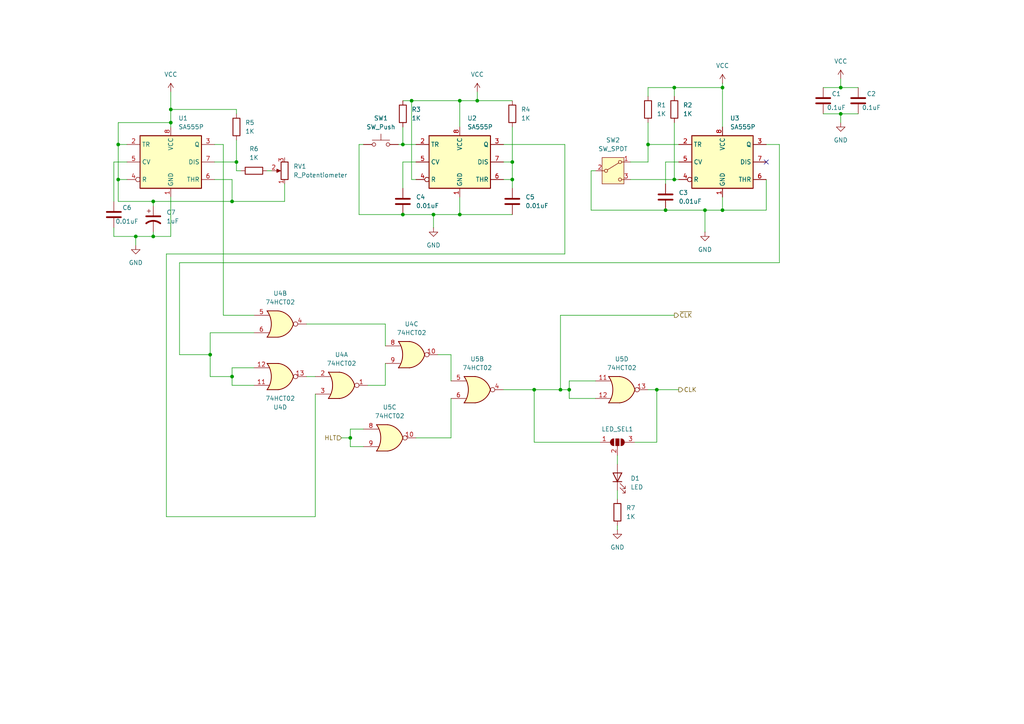
<source format=kicad_sch>
(kicad_sch (version 20231120) (generator "eeschema") (generator_version "8.0")
  (paper "A4")
  (lib_symbols
    (symbol "74xx:74HCT02" (pin_names (offset 1.016))
      (property "Reference" "U" (at 0 1.27 0))
      (property "Value" "74HCT02" (at 0 -1.27 0))
      (symbol "74HCT02_1_1"
        (arc (start -3.81 -3.81) (mid -2.589 0) (end -3.81 3.81) (stroke (width 0.254)))
        (arc (start -0.6096 -3.81) (mid 2.1842 -2.5851) (end 3.81 0) (stroke (width 0.254)) (fill (type background)))
        (polyline (pts (xy -3.81 -3.81) (xy -0.635 -3.81)) (stroke (width 0.254)) (fill (type background)))
        (polyline (pts (xy -3.81 3.81) (xy -0.635 3.81)) (stroke (width 0.254)) (fill (type background)))
        (polyline (pts (xy -0.635 3.81) (xy -3.81 3.81) (xy -3.81 3.81) (xy -3.556 3.4036) (xy -3.0226 2.2606) (xy -2.6924 1.0414) (xy -2.6162 -0.254) (xy -2.7686 -1.4986) (xy -3.175 -2.7178) (xy -3.81 -3.81) (xy -3.81 -3.81) (xy -0.635 -3.81)) (stroke (width -25.4)) (fill (type background)))
        (arc (start 3.81 0) (mid 2.1915 2.5936) (end -0.6096 3.81) (stroke (width 0.254)) (fill (type background)))
        (pin output inverted (at 7.62 0 180) (length 3.81) (name "~") (number "1"))
        (pin input line (at -7.62 2.54 0) (length 4.318) (name "~") (number "2"))
        (pin input line (at -7.62 -2.54 0) (length 4.318) (name "~") (number "3"))
      )
      (symbol "74HCT02_1_2"
        (arc (start 0 -3.81) (mid 3.7934 0) (end 0 3.81) (stroke (width 0.254)) (fill (type background)))
        (polyline (pts (xy 0 3.81) (xy -3.81 3.81) (xy -3.81 -3.81) (xy 0 -3.81)) (stroke (width 0.254)) (fill (type background)))
        (pin output line (at 7.62 0 180) (length 3.81) (name "~") (number "1"))
        (pin input inverted (at -7.62 2.54 0) (length 3.81) (name "~") (number "2"))
        (pin input inverted (at -7.62 -2.54 0) (length 3.81) (name "~") (number "3"))
      )
      (symbol "74HCT02_2_1"
        (arc (start -3.81 -3.81) (mid -2.589 0) (end -3.81 3.81) (stroke (width 0.254)))
        (arc (start -0.6096 -3.81) (mid 2.1842 -2.5851) (end 3.81 0) (stroke (width 0.254)) (fill (type background)))
        (polyline (pts (xy -3.81 -3.81) (xy -0.635 -3.81)) (stroke (width 0.254)) (fill (type background)))
        (polyline (pts (xy -3.81 3.81) (xy -0.635 3.81)) (stroke (width 0.254)) (fill (type background)))
        (polyline (pts (xy -0.635 3.81) (xy -3.81 3.81) (xy -3.81 3.81) (xy -3.556 3.4036) (xy -3.0226 2.2606) (xy -2.6924 1.0414) (xy -2.6162 -0.254) (xy -2.7686 -1.4986) (xy -3.175 -2.7178) (xy -3.81 -3.81) (xy -3.81 -3.81) (xy -0.635 -3.81)) (stroke (width -25.4)) (fill (type background)))
        (arc (start 3.81 0) (mid 2.1915 2.5936) (end -0.6096 3.81) (stroke (width 0.254)) (fill (type background)))
        (pin output inverted (at 7.62 0 180) (length 3.81) (name "~") (number "4"))
        (pin input line (at -7.62 2.54 0) (length 4.318) (name "~") (number "5"))
        (pin input line (at -7.62 -2.54 0) (length 4.318) (name "~") (number "6"))
      )
      (symbol "74HCT02_2_2"
        (arc (start 0 -3.81) (mid 3.7934 0) (end 0 3.81) (stroke (width 0.254)) (fill (type background)))
        (polyline (pts (xy 0 3.81) (xy -3.81 3.81) (xy -3.81 -3.81) (xy 0 -3.81)) (stroke (width 0.254)) (fill (type background)))
        (pin output line (at 7.62 0 180) (length 3.81) (name "~") (number "4"))
        (pin input inverted (at -7.62 2.54 0) (length 3.81) (name "~") (number "5"))
        (pin input inverted (at -7.62 -2.54 0) (length 3.81) (name "~") (number "6"))
      )
      (symbol "74HCT02_3_1"
        (arc (start -3.81 -3.81) (mid -2.589 0) (end -3.81 3.81) (stroke (width 0.254)))
        (arc (start -0.6096 -3.81) (mid 2.1842 -2.5851) (end 3.81 0) (stroke (width 0.254)) (fill (type background)))
        (polyline (pts (xy -3.81 -3.81) (xy -0.635 -3.81)) (stroke (width 0.254)) (fill (type background)))
        (polyline (pts (xy -3.81 3.81) (xy -0.635 3.81)) (stroke (width 0.254)) (fill (type background)))
        (polyline (pts (xy -0.635 3.81) (xy -3.81 3.81) (xy -3.81 3.81) (xy -3.556 3.4036) (xy -3.0226 2.2606) (xy -2.6924 1.0414) (xy -2.6162 -0.254) (xy -2.7686 -1.4986) (xy -3.175 -2.7178) (xy -3.81 -3.81) (xy -3.81 -3.81) (xy -0.635 -3.81)) (stroke (width -25.4)) (fill (type background)))
        (arc (start 3.81 0) (mid 2.1915 2.5936) (end -0.6096 3.81) (stroke (width 0.254)) (fill (type background)))
        (pin output inverted (at 7.62 0 180) (length 3.81) (name "~") (number "10"))
        (pin input line (at -7.62 2.54 0) (length 4.318) (name "~") (number "8"))
        (pin input line (at -7.62 -2.54 0) (length 4.318) (name "~") (number "9"))
      )
      (symbol "74HCT02_3_2"
        (arc (start 0 -3.81) (mid 3.7934 0) (end 0 3.81) (stroke (width 0.254)) (fill (type background)))
        (polyline (pts (xy 0 3.81) (xy -3.81 3.81) (xy -3.81 -3.81) (xy 0 -3.81)) (stroke (width 0.254)) (fill (type background)))
        (pin output line (at 7.62 0 180) (length 3.81) (name "~") (number "10"))
        (pin input inverted (at -7.62 2.54 0) (length 3.81) (name "~") (number "8"))
        (pin input inverted (at -7.62 -2.54 0) (length 3.81) (name "~") (number "9"))
      )
      (symbol "74HCT02_4_1"
        (arc (start -3.81 -3.81) (mid -2.589 0) (end -3.81 3.81) (stroke (width 0.254)))
        (arc (start -0.6096 -3.81) (mid 2.1842 -2.5851) (end 3.81 0) (stroke (width 0.254)) (fill (type background)))
        (polyline (pts (xy -3.81 -3.81) (xy -0.635 -3.81)) (stroke (width 0.254)) (fill (type background)))
        (polyline (pts (xy -3.81 3.81) (xy -0.635 3.81)) (stroke (width 0.254)) (fill (type background)))
        (polyline (pts (xy -0.635 3.81) (xy -3.81 3.81) (xy -3.81 3.81) (xy -3.556 3.4036) (xy -3.0226 2.2606) (xy -2.6924 1.0414) (xy -2.6162 -0.254) (xy -2.7686 -1.4986) (xy -3.175 -2.7178) (xy -3.81 -3.81) (xy -3.81 -3.81) (xy -0.635 -3.81)) (stroke (width -25.4)) (fill (type background)))
        (arc (start 3.81 0) (mid 2.1915 2.5936) (end -0.6096 3.81) (stroke (width 0.254)) (fill (type background)))
        (pin input line (at -7.62 2.54 0) (length 4.318) (name "~") (number "11"))
        (pin input line (at -7.62 -2.54 0) (length 4.318) (name "~") (number "12"))
        (pin output inverted (at 7.62 0 180) (length 3.81) (name "~") (number "13"))
      )
      (symbol "74HCT02_4_2"
        (arc (start 0 -3.81) (mid 3.7934 0) (end 0 3.81) (stroke (width 0.254)) (fill (type background)))
        (polyline (pts (xy 0 3.81) (xy -3.81 3.81) (xy -3.81 -3.81) (xy 0 -3.81)) (stroke (width 0.254)) (fill (type background)))
        (pin input inverted (at -7.62 2.54 0) (length 3.81) (name "~") (number "11"))
        (pin input inverted (at -7.62 -2.54 0) (length 3.81) (name "~") (number "12"))
        (pin output line (at 7.62 0 180) (length 3.81) (name "~") (number "13"))
      )
      (symbol "74HCT02_5_0"
        (pin power_in line (at 0 12.7 270) (length 5.08) (name "VCC") (number "14"))
        (pin power_in line (at 0 -12.7 90) (length 5.08) (name "GND") (number "7"))
      )
      (symbol "74HCT02_5_1"
        (rectangle (start -5.08 7.62) (end 5.08 -7.62) (stroke (width 0.254)) (fill (type background)))
      )
    )
    (symbol "Device:C" (pin_numbers hide) (pin_names (offset 0.254))
      (property "Reference" "C" (at 0.635 2.54 0))
      (property "Value" "C" (at 0.635 -2.54 0))
      (symbol "C_0_1"
        (polyline (pts (xy -2.032 -0.762) (xy 2.032 -0.762)) (stroke (width 0.508)))
        (polyline (pts (xy -2.032 0.762) (xy 2.032 0.762)) (stroke (width 0.508)))
      )
      (symbol "C_1_1"
        (pin passive line (at 0 3.81 270) (length 2.794) (name "~") (number "1"))
        (pin passive line (at 0 -3.81 90) (length 2.794) (name "~") (number "2"))
      )
    )
    (symbol "Device:C_Polarized_US" (pin_numbers hide) (pin_names (offset 0.254) hide)
      (property "Reference" "C" (at 0.635 2.54 0))
      (property "Value" "C_Polarized_US" (at 0.635 -2.54 0))
      (symbol "C_Polarized_US_0_1"
        (polyline (pts (xy -2.032 0.762) (xy 2.032 0.762)) (stroke (width 0.508)))
        (polyline (pts (xy -1.778 2.286) (xy -0.762 2.286)))
        (polyline (pts (xy -1.27 1.778) (xy -1.27 2.794)))
        (arc (start 2.032 -1.27) (mid 0 -0.5572) (end -2.032 -1.27) (stroke (width 0.508)))
      )
      (symbol "C_Polarized_US_1_1"
        (pin passive line (at 0 3.81 270) (length 2.794) (name "~") (number "1"))
        (pin passive line (at 0 -3.81 90) (length 3.302) (name "~") (number "2"))
      )
    )
    (symbol "Device:LED" (pin_numbers hide) (pin_names (offset 1.016) hide)
      (property "Reference" "D" (at 0 2.54 0))
      (property "Value" "LED" (at 0 -2.54 0))
      (symbol "LED_0_1"
        (polyline (pts (xy -1.27 -1.27) (xy -1.27 1.27)) (stroke (width 0.254)))
        (polyline (pts (xy -1.27 0) (xy 1.27 0)))
        (polyline (pts (xy 1.27 -1.27) (xy 1.27 1.27) (xy -1.27 0) (xy 1.27 -1.27)) (stroke (width 0.254)))
        (polyline (pts (xy -3.048 -0.762) (xy -4.572 -2.286) (xy -3.81 -2.286) (xy -4.572 -2.286) (xy -4.572 -1.524)))
        (polyline (pts (xy -1.778 -0.762) (xy -3.302 -2.286) (xy -2.54 -2.286) (xy -3.302 -2.286) (xy -3.302 -1.524)))
      )
      (symbol "LED_1_1"
        (pin passive line (at -3.81 0 0) (length 2.54) (name "K") (number "1"))
        (pin passive line (at 3.81 0 180) (length 2.54) (name "A") (number "2"))
      )
    )
    (symbol "Device:R" (pin_numbers hide) (pin_names (offset 0))
      (property "Reference" "R" (at 2.032 0 90))
      (property "Value" "R" (at 0 0 90))
      (symbol "R_0_1"
        (rectangle (start -1.016 -2.54) (end 1.016 2.54) (stroke (width 0.254)))
      )
      (symbol "R_1_1"
        (pin passive line (at 0 3.81 270) (length 1.27) (name "~") (number "1"))
        (pin passive line (at 0 -3.81 90) (length 1.27) (name "~") (number "2"))
      )
    )
    (symbol "Device:R_Potentiometer" (pin_names (offset 1.016) hide)
      (property "Reference" "RV" (at -4.445 0 90))
      (property "Value" "R_Potentiometer" (at -2.54 0 90))
      (symbol "R_Potentiometer_0_1"
        (polyline (pts (xy 2.54 0) (xy 1.524 0)))
        (polyline (pts (xy 1.143 0) (xy 2.286 0.508) (xy 2.286 -0.508) (xy 1.143 0)) (fill (type outline)))
        (rectangle (start 1.016 2.54) (end -1.016 -2.54) (stroke (width 0.254)))
      )
      (symbol "R_Potentiometer_1_1"
        (pin passive line (at 0 3.81 270) (length 1.27) (name "1") (number "1"))
        (pin passive line (at 3.81 0 180) (length 1.27) (name "2") (number "2"))
        (pin passive line (at 0 -3.81 90) (length 1.27) (name "3") (number "3"))
      )
    )
    (symbol "Jumper:SolderJumper_3_Open" (pin_names (offset 0) hide) (exclude_from_sim yes) (in_bom no)
      (property "Reference" "JP" (at -2.54 -2.54 0))
      (property "Value" "SolderJumper_3_Open" (at 0 2.794 0))
      (symbol "SolderJumper_3_Open_0_1"
        (arc (start -1.016 1.016) (mid -2.0276 0) (end -1.016 -1.016))
        (arc (start -1.016 1.016) (mid -2.0276 0) (end -1.016 -1.016) (fill (type outline)))
        (rectangle (start -0.508 1.016) (end 0.508 -1.016) (fill (type outline)))
        (polyline (pts (xy -2.54 0) (xy -2.032 0)))
        (polyline (pts (xy -1.016 1.016) (xy -1.016 -1.016)))
        (polyline (pts (xy 0 -1.27) (xy 0 -1.016)))
        (polyline (pts (xy 1.016 1.016) (xy 1.016 -1.016)))
        (polyline (pts (xy 2.54 0) (xy 2.032 0)))
        (arc (start 1.016 -1.016) (mid 2.0276 0) (end 1.016 1.016))
        (arc (start 1.016 -1.016) (mid 2.0276 0) (end 1.016 1.016) (fill (type outline)))
      )
      (symbol "SolderJumper_3_Open_1_1"
        (pin passive line (at -5.08 0 0) (length 2.54) (name "A") (number "1"))
        (pin passive line (at 0 -3.81 90) (length 2.54) (name "C") (number "2"))
        (pin passive line (at 5.08 0 180) (length 2.54) (name "B") (number "3"))
      )
    )
    (symbol "Switch:SW_Push" (pin_numbers hide) (pin_names (offset 1.016) hide)
      (property "Reference" "SW" (at 1.27 2.54 0))
      (property "Value" "SW_Push" (at 0 -1.524 0))
      (symbol "SW_Push_0_1"
        (circle (center -2.032 0) (radius 0.508))
        (polyline (pts (xy 0 1.27) (xy 0 3.048)))
        (polyline (pts (xy 2.54 1.27) (xy -2.54 1.27)))
        (circle (center 2.032 0) (radius 0.508))
        (pin passive line (at -5.08 0 0) (length 2.54) (name "1") (number "1"))
        (pin passive line (at 5.08 0 180) (length 2.54) (name "2") (number "2"))
      )
    )
    (symbol "Switch:SW_SPDT" (pin_names (offset 0) hide)
      (property "Reference" "SW" (at 0 5.08 0))
      (property "Value" "SW_SPDT" (at 0 -5.08 0))
      (symbol "SW_SPDT_0_1"
        (circle (center -2.032 0) (radius 0.4572))
        (polyline (pts (xy -1.651 0.254) (xy 1.651 2.286)))
        (circle (center 2.032 -2.54) (radius 0.4572))
        (circle (center 2.032 2.54) (radius 0.4572))
      )
      (symbol "SW_SPDT_1_1"
        (rectangle (start -3.175 3.81) (end 3.175 -3.81) (fill (type background)))
        (pin passive line (at 5.08 2.54 180) (length 2.54) (name "A") (number "1"))
        (pin passive line (at -5.08 0 0) (length 2.54) (name "B") (number "2"))
        (pin passive line (at 5.08 -2.54 180) (length 2.54) (name "C") (number "3"))
      )
    )
    (symbol "Timer:SA555P"
      (property "Reference" "U" (at -10.16 8.89 0))
      (property "Value" "SA555P" (at 2.54 8.89 0))
      (symbol "SA555P_0_0"
        (pin power_in line (at 0 -10.16 90) (length 2.54) (name "GND") (number "1"))
        (pin power_in line (at 0 10.16 270) (length 2.54) (name "VCC") (number "8"))
      )
      (symbol "SA555P_0_1"
        (rectangle (start -8.89 -7.62) (end 8.89 7.62) (stroke (width 0.254)) (fill (type background)))
        (rectangle (start -8.89 -7.62) (end 8.89 7.62) (stroke (width 0.254)) (fill (type background)))
      )
      (symbol "SA555P_1_1"
        (pin input line (at -12.7 5.08 0) (length 3.81) (name "TR") (number "2"))
        (pin output line (at 12.7 5.08 180) (length 3.81) (name "Q") (number "3"))
        (pin input inverted (at -12.7 -5.08 0) (length 3.81) (name "R") (number "4"))
        (pin input line (at -12.7 0 0) (length 3.81) (name "CV") (number "5"))
        (pin input line (at 12.7 -5.08 180) (length 3.81) (name "THR") (number "6"))
        (pin input line (at 12.7 0 180) (length 3.81) (name "DIS") (number "7"))
      )
    )
    (symbol "power:GND" (power) (pin_numbers hide) (pin_names (offset 0) hide)
      (property "Value" "GND" (at 0 -3.81 0))
      (symbol "GND_0_1"
        (polyline (pts (xy 0 0) (xy 0 -1.27) (xy 1.27 -1.27) (xy 0 -2.54) (xy -1.27 -1.27) (xy 0 -1.27)))
      )
      (symbol "GND_1_1"
        (pin power_in line (at 0 0 270) (length 0) (name "~") (number "1"))
      )
    )
    (symbol "power:VCC" (power) (pin_numbers hide) (pin_names (offset 0) hide)
      (property "Value" "VCC" (at 0 3.556 0))
      (symbol "VCC_0_1"
        (polyline (pts (xy -0.762 1.27) (xy 0 2.54)))
        (polyline (pts (xy 0 0) (xy 0 2.54)))
        (polyline (pts (xy 0 2.54) (xy 0.762 1.27)))
      )
      (symbol "VCC_1_1"
        (pin power_in line (at 0 0 90) (length 0) (name "~") (number "1"))
      )
    )
  )
  (junction (at 68.58 46.99))
  (junction (at 148.59 46.99))
  (junction (at 165.1 113.03))
  (junction (at 209.55 25.4))
  (junction (at 67.31 109.22))
  (junction (at 133.35 62.23))
  (junction (at 125.73 62.23))
  (junction (at 190.5 113.03))
  (junction (at 49.53 35.56))
  (junction (at 67.31 58.42))
  (junction (at 187.96 41.91))
  (junction (at 243.84 25.4))
  (junction (at 195.58 52.07))
  (junction (at 44.45 58.42))
  (junction (at 49.53 31.75))
  (junction (at 243.84 33.02))
  (junction (at 116.84 41.91))
  (junction (at 133.35 29.21))
  (junction (at 154.94 113.03))
  (junction (at 116.84 62.23))
  (junction (at 162.56 113.03))
  (junction (at 209.55 60.96))
  (junction (at 44.45 68.58))
  (junction (at 101.6 127))
  (junction (at 34.29 41.91))
  (junction (at 193.04 60.96))
  (junction (at 204.47 60.96))
  (junction (at 148.59 52.07))
  (junction (at 60.96 102.87))
  (junction (at 39.37 68.58))
  (junction (at 119.38 29.21))
  (junction (at 138.43 29.21))
  (junction (at 195.58 25.4))
  (junction (at 34.29 52.07))
  (no_connect (at 222.25 46.99))
  (wire (pts (xy 60.96 102.87) (xy 60.96 109.22)))
  (wire (pts (xy 101.6 124.46) (xy 101.6 127)))
  (wire (pts (xy 68.58 49.53) (xy 69.85 49.53)))
  (wire (pts (xy 104.14 62.23) (xy 116.84 62.23)))
  (wire (pts (xy 204.47 60.96) (xy 204.47 67.31)))
  (wire (pts (xy 64.77 91.44) (xy 73.66 91.44)))
  (wire (pts (xy 44.45 58.42) (xy 67.31 58.42)))
  (wire (pts (xy 88.9 109.22) (xy 91.44 109.22)))
  (wire (pts (xy 171.45 60.96) (xy 193.04 60.96)))
  (wire (pts (xy 49.53 31.75) (xy 68.58 31.75)))
  (wire (pts (xy 67.31 106.68) (xy 73.66 106.68)))
  (wire (pts (xy 182.88 46.99) (xy 187.96 46.99)))
  (wire (pts (xy 39.37 68.58) (xy 44.45 68.58)))
  (wire (pts (xy 146.05 46.99) (xy 148.59 46.99)))
  (wire (pts (xy 44.45 67.31) (xy 44.45 68.58)))
  (wire (pts (xy 49.53 31.75) (xy 49.53 35.56)))
  (wire (pts (xy 67.31 109.22) (xy 67.31 111.76)))
  (wire (pts (xy 34.29 58.42) (xy 34.29 52.07)))
  (wire (pts (xy 184.15 128.27) (xy 190.5 128.27)))
  (wire (pts (xy 226.06 76.2) (xy 52.07 76.2)))
  (wire (pts (xy 119.38 29.21) (xy 119.38 52.07)))
  (wire (pts (xy 146.05 41.91) (xy 163.83 41.91)))
  (wire (pts (xy 101.6 129.54) (xy 105.41 129.54)))
  (wire (pts (xy 116.84 41.91) (xy 120.65 41.91)))
  (wire (pts (xy 243.84 33.02) (xy 243.84 35.56)))
  (wire (pts (xy 243.84 25.4) (xy 243.84 22.86)))
  (wire (pts (xy 154.94 128.27) (xy 173.99 128.27)))
  (wire (pts (xy 48.26 149.86) (xy 91.44 149.86)))
  (wire (pts (xy 162.56 113.03) (xy 165.1 113.03)))
  (wire (pts (xy 182.88 52.07) (xy 195.58 52.07)))
  (wire (pts (xy 64.77 41.91) (xy 64.77 91.44)))
  (wire (pts (xy 148.59 46.99) (xy 148.59 52.07)))
  (wire (pts (xy 36.83 52.07) (xy 34.29 52.07)))
  (wire (pts (xy 243.84 33.02) (xy 248.92 33.02)))
  (wire (pts (xy 120.65 52.07) (xy 119.38 52.07)))
  (wire (pts (xy 195.58 91.44) (xy 162.56 91.44)))
  (wire (pts (xy 146.05 113.03) (xy 154.94 113.03)))
  (wire (pts (xy 111.76 111.76) (xy 106.68 111.76)))
  (wire (pts (xy 101.6 129.54) (xy 101.6 127)))
  (wire (pts (xy 34.29 52.07) (xy 34.29 41.91)))
  (wire (pts (xy 44.45 58.42) (xy 44.45 59.69)))
  (wire (pts (xy 204.47 60.96) (xy 209.55 60.96)))
  (wire (pts (xy 120.65 46.99) (xy 116.84 46.99)))
  (wire (pts (xy 68.58 33.02) (xy 68.58 31.75)))
  (wire (pts (xy 209.55 24.13) (xy 209.55 25.4)))
  (wire (pts (xy 34.29 41.91) (xy 34.29 35.56)))
  (wire (pts (xy 187.96 25.4) (xy 195.58 25.4)))
  (wire (pts (xy 209.55 25.4) (xy 209.55 36.83)))
  (wire (pts (xy 187.96 46.99) (xy 187.96 41.91)))
  (wire (pts (xy 154.94 113.03) (xy 154.94 128.27)))
  (wire (pts (xy 33.02 46.99) (xy 33.02 58.42)))
  (wire (pts (xy 116.84 46.99) (xy 116.84 54.61)))
  (wire (pts (xy 60.96 109.22) (xy 67.31 109.22)))
  (wire (pts (xy 36.83 46.99) (xy 33.02 46.99)))
  (wire (pts (xy 49.53 26.67) (xy 49.53 31.75)))
  (wire (pts (xy 62.23 52.07) (xy 67.31 52.07)))
  (wire (pts (xy 116.84 36.83) (xy 116.84 41.91)))
  (wire (pts (xy 154.94 113.03) (xy 162.56 113.03)))
  (wire (pts (xy 195.58 52.07) (xy 196.85 52.07)))
  (wire (pts (xy 104.14 41.91) (xy 104.14 62.23)))
  (wire (pts (xy 165.1 110.49) (xy 165.1 113.03)))
  (wire (pts (xy 238.76 33.02) (xy 243.84 33.02)))
  (wire (pts (xy 209.55 57.15) (xy 209.55 60.96)))
  (wire (pts (xy 130.81 110.49) (xy 130.81 102.87)))
  (wire (pts (xy 130.81 127) (xy 120.65 127)))
  (wire (pts (xy 193.04 60.96) (xy 204.47 60.96)))
  (wire (pts (xy 62.23 46.99) (xy 68.58 46.99)))
  (wire (pts (xy 179.07 152.4) (xy 179.07 153.67)))
  (wire (pts (xy 193.04 46.99) (xy 193.04 53.34)))
  (wire (pts (xy 101.6 124.46) (xy 105.41 124.46)))
  (wire (pts (xy 39.37 71.12) (xy 39.37 68.58)))
  (wire (pts (xy 148.59 52.07) (xy 148.59 54.61)))
  (wire (pts (xy 226.06 41.91) (xy 226.06 76.2)))
  (wire (pts (xy 163.83 73.66) (xy 48.26 73.66)))
  (wire (pts (xy 222.25 60.96) (xy 209.55 60.96)))
  (wire (pts (xy 195.58 27.94) (xy 195.58 25.4)))
  (wire (pts (xy 52.07 76.2) (xy 52.07 102.87)))
  (wire (pts (xy 162.56 91.44) (xy 162.56 113.03)))
  (wire (pts (xy 243.84 25.4) (xy 248.92 25.4)))
  (wire (pts (xy 77.47 49.53) (xy 78.74 49.53)))
  (wire (pts (xy 34.29 35.56) (xy 49.53 35.56)))
  (wire (pts (xy 172.72 49.53) (xy 171.45 49.53)))
  (wire (pts (xy 196.85 46.99) (xy 193.04 46.99)))
  (wire (pts (xy 133.35 57.15) (xy 133.35 62.23)))
  (wire (pts (xy 222.25 52.07) (xy 222.25 60.96)))
  (wire (pts (xy 116.84 29.21) (xy 119.38 29.21)))
  (wire (pts (xy 196.85 41.91) (xy 187.96 41.91)))
  (wire (pts (xy 91.44 149.86) (xy 91.44 114.3)))
  (wire (pts (xy 195.58 25.4) (xy 209.55 25.4)))
  (wire (pts (xy 125.73 66.04) (xy 125.73 62.23)))
  (wire (pts (xy 48.26 73.66) (xy 48.26 149.86)))
  (wire (pts (xy 130.81 115.57) (xy 130.81 127)))
  (wire (pts (xy 187.96 113.03) (xy 190.5 113.03)))
  (wire (pts (xy 33.02 68.58) (xy 39.37 68.58)))
  (wire (pts (xy 138.43 29.21) (xy 148.59 29.21)))
  (wire (pts (xy 115.57 41.91) (xy 116.84 41.91)))
  (wire (pts (xy 187.96 35.56) (xy 187.96 41.91)))
  (wire (pts (xy 187.96 27.94) (xy 187.96 25.4)))
  (wire (pts (xy 67.31 111.76) (xy 73.66 111.76)))
  (wire (pts (xy 67.31 106.68) (xy 67.31 109.22)))
  (wire (pts (xy 165.1 113.03) (xy 165.1 115.57)))
  (wire (pts (xy 163.83 41.91) (xy 163.83 73.66)))
  (wire (pts (xy 111.76 93.98) (xy 88.9 93.98)))
  (wire (pts (xy 171.45 49.53) (xy 171.45 60.96)))
  (wire (pts (xy 165.1 110.49) (xy 172.72 110.49)))
  (wire (pts (xy 111.76 105.41) (xy 111.76 111.76)))
  (wire (pts (xy 68.58 46.99) (xy 68.58 49.53)))
  (wire (pts (xy 105.41 41.91) (xy 104.14 41.91)))
  (wire (pts (xy 133.35 29.21) (xy 133.35 36.83)))
  (wire (pts (xy 99.06 127) (xy 101.6 127)))
  (wire (pts (xy 68.58 46.99) (xy 68.58 40.64)))
  (wire (pts (xy 222.25 41.91) (xy 226.06 41.91)))
  (wire (pts (xy 146.05 52.07) (xy 148.59 52.07)))
  (wire (pts (xy 111.76 100.33) (xy 111.76 93.98)))
  (wire (pts (xy 190.5 113.03) (xy 190.5 128.27)))
  (wire (pts (xy 148.59 36.83) (xy 148.59 46.99)))
  (wire (pts (xy 67.31 52.07) (xy 67.31 58.42)))
  (wire (pts (xy 44.45 68.58) (xy 49.53 68.58)))
  (wire (pts (xy 190.5 113.03) (xy 196.85 113.03)))
  (wire (pts (xy 34.29 41.91) (xy 36.83 41.91)))
  (wire (pts (xy 165.1 115.57) (xy 172.72 115.57)))
  (wire (pts (xy 125.73 62.23) (xy 133.35 62.23)))
  (wire (pts (xy 34.29 58.42) (xy 44.45 58.42)))
  (wire (pts (xy 130.81 102.87) (xy 127 102.87)))
  (wire (pts (xy 62.23 41.91) (xy 64.77 41.91)))
  (wire (pts (xy 82.55 58.42) (xy 67.31 58.42)))
  (wire (pts (xy 116.84 62.23) (xy 125.73 62.23)))
  (wire (pts (xy 133.35 62.23) (xy 148.59 62.23)))
  (wire (pts (xy 119.38 29.21) (xy 133.35 29.21)))
  (wire (pts (xy 33.02 68.58) (xy 33.02 66.04)))
  (wire (pts (xy 52.07 102.87) (xy 60.96 102.87)))
  (wire (pts (xy 138.43 29.21) (xy 133.35 29.21)))
  (wire (pts (xy 49.53 57.15) (xy 49.53 68.58)))
  (wire (pts (xy 238.76 25.4) (xy 243.84 25.4)))
  (wire (pts (xy 82.55 53.34) (xy 82.55 58.42)))
  (wire (pts (xy 60.96 96.52) (xy 60.96 102.87)))
  (wire (pts (xy 179.07 142.24) (xy 179.07 144.78)))
  (wire (pts (xy 138.43 26.67) (xy 138.43 29.21)))
  (wire (pts (xy 60.96 96.52) (xy 73.66 96.52)))
  (wire (pts (xy 179.07 132.08) (xy 179.07 134.62)))
  (wire (pts (xy 195.58 35.56) (xy 195.58 52.07)))
  (wire (pts (xy 49.53 35.56) (xy 49.53 36.83)))
  (hierarchical_label "HLT" (shape input) (at 99.06 127 180))
  (hierarchical_label "CLK" (shape output) (at 196.85 113.03 0))
  (hierarchical_label "~{CLK}" (shape output) (at 195.58 91.44 0))
  (symbol (lib_id "Timer:SA555P") (at 133.35 46.99 0) (unit 1)
    (property "Reference" "U2" (at 135.5441 34.29 0) (effects (justify left)))
    (property "Value" "SA555P" (at 135.5441 36.83 0) (effects (justify left)))
    (property "Footprint" "Package_DIP:DIP-8_W7.62mm" (effects (hide yes)))
    (property "Datasheet" "http://www.ti.com/lit/ds/symlink/ne555.pdf" (effects (hide yes)))
    (property "Description" "Precision Timers, 555 compatible, PDIP-8" (effects (hide yes)))
  )
  (symbol (lib_id "Device:R") (at 148.59 33.02 0) (unit 1)
    (property "Reference" "R4" (at 151.13 31.7499 0) (effects (justify left)))
    (property "Value" "1K" (at 151.13 34.2899 0) (effects (justify left)))
    (property "Footprint" "Resistor_THT:R_Axial_DIN0309_L9.0mm_D3.2mm_P12.70mm_Horizontal" (effects (hide yes)))
    (property "Description" "Resistor" (effects (hide yes)))
  )
  (symbol (lib_id "Device:C") (at 238.76 29.21 180) (unit 1)
    (property "Reference" "C1" (at 242.57 27.9399 0) (effects (justify top)))
    (property "Value" "0.1uF" (at 242.57 30.4799 0) (effects (justify bottom)))
    (property "Footprint" "Capacitor_THT:C_Disc_D5.0mm_W2.5mm_P5.00mm" (effects (hide yes)))
    (property "Description" "Unpolarized capacitor" (effects (hide yes)))
  )
  (symbol (lib_id "Device:R_Potentiometer") (at 82.55 49.53 180) (unit 1)
    (property "Reference" "RV1" (at 85.09 48.2599 0) (effects (justify right)))
    (property "Value" "R_Potentiometer" (at 85.09 50.7999 0) (effects (justify right)))
    (property "Footprint" "Potentiometer_THT:Potentiometer_Bourns_PTV09A-1_Single_Vertical" (effects (hide yes)))
    (property "Description" "Potentiometer" (effects (hide yes)))
  )
  (symbol (lib_id "Device:C") (at 248.92 29.21 0) (unit 1)
    (property "Reference" "C2" (at 252.73 27.9399 0) (effects (justify bottom)))
    (property "Value" "0.1uF" (at 252.73 30.4799 0) (effects (justify top)))
    (property "Footprint" "Capacitor_THT:C_Disc_D5.0mm_W2.5mm_P5.00mm" (effects (hide yes)))
    (property "Description" "Unpolarized capacitor" (effects (hide yes)))
  )
  (symbol (lib_id "Device:R") (at 68.58 36.83 0) (unit 1)
    (property "Reference" "R5" (at 71.12 35.5599 0) (effects (justify left)))
    (property "Value" "1K" (at 71.12 38.0999 0) (effects (justify left)))
    (property "Footprint" "Resistor_THT:R_Axial_DIN0309_L9.0mm_D3.2mm_P12.70mm_Horizontal" (effects (hide yes)))
    (property "Description" "Resistor" (effects (hide yes)))
  )
  (symbol (lib_id "74xx:74HCT02") (at 99.06 111.76 0) (unit 1)
    (property "Reference" "U4" (at 99.06 102.87 0))
    (property "Value" "74HCT02" (at 99.06 105.41 0))
    (property "Footprint" "Package_DIP:DIP-14_W7.62mm" (effects (hide yes)))
    (property "Datasheet" "http://www.ti.com/lit/gpn/sn74hct02" (effects (hide yes)))
    (property "Description" "quad 2-input NOR gate" (effects (hide yes)))
  )
  (symbol (lib_id "power:GND") (at 204.47 67.31 0) (unit 1)
    (property "Reference" "#PWR07" (effects (hide yes)))
    (property "Value" "GND" (at 204.47 72.39 0))
    (property "Description" "Power symbol creates a global label with name \"GND\" , ground" (effects (hide yes)))
  )
  (symbol (lib_id "Device:R") (at 73.66 49.53 270) (unit 1)
    (property "Reference" "R6" (at 73.66 43.18 90))
    (property "Value" "1K" (at 73.66 45.72 90))
    (property "Footprint" "Resistor_THT:R_Axial_DIN0309_L9.0mm_D3.2mm_P12.70mm_Horizontal" (effects (hide yes)))
    (property "Description" "Resistor" (effects (hide yes)))
  )
  (symbol (lib_id "74xx:74HCT02") (at 81.28 93.98 0) (unit 2)
    (property "Reference" "U4" (at 81.28 85.09 0))
    (property "Value" "74HCT02" (at 81.28 87.63 0))
    (property "Footprint" "Package_DIP:DIP-14_W7.62mm" (effects (hide yes)))
    (property "Datasheet" "http://www.ti.com/lit/gpn/sn74hct02" (effects (hide yes)))
    (property "Description" "quad 2-input NOR gate" (effects (hide yes)))
  )
  (symbol (lib_id "power:GND") (at 243.84 35.56 0) (unit 1)
    (property "Reference" "#PWR05" (effects (hide yes)))
    (property "Value" "GND" (at 243.84 40.64 0))
    (property "Description" "Power symbol creates a global label with name \"GND\" , ground" (effects (hide yes)))
  )
  (symbol (lib_id "74xx:74HCT02") (at 138.43 113.03 0) (unit 2)
    (property "Reference" "U5" (at 138.43 104.14 0))
    (property "Value" "74HCT02" (at 138.43 106.68 0))
    (property "Footprint" "Package_DIP:DIP-14_W7.62mm" (effects (hide yes)))
    (property "Datasheet" "http://www.ti.com/lit/gpn/sn74hct02" (effects (hide yes)))
    (property "Description" "quad 2-input NOR gate" (effects (hide yes)))
  )
  (symbol (lib_id "Device:R") (at 187.96 31.75 0) (unit 1)
    (property "Reference" "R1" (at 190.5 30.4799 0) (effects (justify left)))
    (property "Value" "1K" (at 190.5 33.0199 0) (effects (justify left)))
    (property "Footprint" "Resistor_THT:R_Axial_DIN0309_L9.0mm_D3.2mm_P12.70mm_Horizontal" (effects (hide yes)))
    (property "Description" "Resistor" (effects (hide yes)))
  )
  (symbol (lib_id "Switch:SW_Push") (at 110.49 41.91 0) (unit 1)
    (property "Reference" "SW1" (at 110.49 34.29 0))
    (property "Value" "SW_Push" (at 110.49 36.83 0))
    (property "Footprint" "Button_Switch_THT:SW_PUSH_6mm_H4.3mm" (effects (hide yes)))
    (property "Description" "Push button switch, generic, two pins" (effects (hide yes)))
  )
  (symbol (lib_id "Switch:SW_SPDT") (at 177.8 49.53 0) (unit 1)
    (property "Reference" "SW2" (at 177.8 40.64 0))
    (property "Value" "SW_SPDT" (at 177.8 43.18 0))
    (property "Footprint" "Button_Switch_THT:SW_Push_2P2T_Toggle_CK_PVA2OAH5xxxxxxV2" (effects (hide yes)))
    (property "Description" "Switch, single pole double throw" (effects (hide yes)))
  )
  (symbol (lib_id "Device:R") (at 179.07 148.59 0) (unit 1)
    (property "Reference" "R7" (at 181.61 147.3199 0) (effects (justify left)))
    (property "Value" "1K" (at 181.61 149.8599 0) (effects (justify left)))
    (property "Footprint" "Resistor_THT:R_Axial_DIN0309_L9.0mm_D3.2mm_P12.70mm_Horizontal" (effects (hide yes)))
    (property "Description" "Resistor" (effects (hide yes)))
  )
  (symbol (lib_id "74xx:74HCT02") (at 119.38 102.87 0) (unit 3)
    (property "Reference" "U4" (at 119.38 93.98 0))
    (property "Value" "74HCT02" (at 119.38 96.52 0))
    (property "Footprint" "Package_DIP:DIP-14_W7.62mm" (effects (hide yes)))
    (property "Datasheet" "http://www.ti.com/lit/gpn/sn74hct02" (effects (hide yes)))
    (property "Description" "quad 2-input NOR gate" (effects (hide yes)))
  )
  (symbol (lib_id "74xx:74HCT02") (at 81.28 109.22 0) (mirror x) (unit 4)
    (property "Reference" "U4" (at 81.28 118.11 0))
    (property "Value" "74HCT02" (at 81.28 115.57 0))
    (property "Footprint" "Package_DIP:DIP-14_W7.62mm" (effects (hide yes)))
    (property "Datasheet" "http://www.ti.com/lit/gpn/sn74hct02" (effects (hide yes)))
    (property "Description" "quad 2-input NOR gate" (effects (hide yes)))
  )
  (symbol (lib_id "power:VCC") (at 49.53 26.67 0) (unit 1)
    (property "Reference" "#PWR03" (effects (hide yes)))
    (property "Value" "VCC" (at 49.53 21.59 0))
    (property "Description" "Power symbol creates a global label with name \"VCC\"" (effects (hide yes)))
  )
  (symbol (lib_id "Device:R") (at 116.84 33.02 0) (unit 1)
    (property "Reference" "R3" (at 119.38 31.7499 0) (effects (justify left)))
    (property "Value" "1K" (at 119.38 34.2899 0) (effects (justify left)))
    (property "Footprint" "Resistor_THT:R_Axial_DIN0309_L9.0mm_D3.2mm_P12.70mm_Horizontal" (effects (hide yes)))
    (property "Description" "Resistor" (effects (hide yes)))
  )
  (symbol (lib_id "Device:R") (at 195.58 31.75 0) (unit 1)
    (property "Reference" "R2" (at 198.12 30.4799 0) (effects (justify left)))
    (property "Value" "1K" (at 198.12 33.0199 0) (effects (justify left)))
    (property "Footprint" "Resistor_THT:R_Axial_DIN0309_L9.0mm_D3.2mm_P12.70mm_Horizontal" (effects (hide yes)))
    (property "Description" "Resistor" (effects (hide yes)))
  )
  (symbol (lib_id "Device:C_Polarized_US") (at 44.45 63.5 0) (unit 1)
    (property "Reference" "C7" (at 48.26 61.5949 0) (effects (justify left)))
    (property "Value" "1uF" (at 48.26 64.1349 0) (effects (justify left)))
    (property "Footprint" "Capacitor_THT:CP_Radial_D5.0mm_P2.00mm" (effects (hide yes)))
    (property "Description" "Polarized capacitor, US symbol" (effects (hide yes)))
  )
  (symbol (lib_id "74xx:74HCT02") (at 113.03 127 0) (unit 3)
    (property "Reference" "U5" (at 113.03 118.11 0))
    (property "Value" "74HCT02" (at 113.03 120.65 0))
    (property "Footprint" "Package_DIP:DIP-14_W7.62mm" (effects (hide yes)))
    (property "Datasheet" "http://www.ti.com/lit/gpn/sn74hct02" (effects (hide yes)))
    (property "Description" "quad 2-input NOR gate" (effects (hide yes)))
  )
  (symbol (lib_id "power:GND") (at 39.37 71.12 0) (unit 1)
    (property "Reference" "#PWR08" (effects (hide yes)))
    (property "Value" "GND" (at 39.37 76.2 0))
    (property "Description" "Power symbol creates a global label with name \"GND\" , ground" (effects (hide yes)))
  )
  (symbol (lib_id "power:VCC") (at 209.55 24.13 0) (unit 1)
    (property "Reference" "#PWR02" (effects (hide yes)))
    (property "Value" "VCC" (at 209.55 19.05 0))
    (property "Description" "Power symbol creates a global label with name \"VCC\"" (effects (hide yes)))
  )
  (symbol (lib_id "Device:C") (at 193.04 57.15 0) (unit 1)
    (property "Reference" "C3" (at 196.85 55.8799 0) (effects (justify left)))
    (property "Value" "0.01uF" (at 196.85 58.4199 0) (effects (justify left)))
    (property "Footprint" "Capacitor_THT:C_Disc_D5.0mm_W2.5mm_P5.00mm" (effects (hide yes)))
    (property "Description" "Unpolarized capacitor" (effects (hide yes)))
  )
  (symbol (lib_id "Device:C") (at 116.84 58.42 0) (unit 1)
    (property "Reference" "C4" (at 120.65 57.1499 0) (effects (justify left)))
    (property "Value" "0.01uF" (at 120.65 59.6899 0) (effects (justify left)))
    (property "Footprint" "Capacitor_THT:C_Disc_D5.0mm_W2.5mm_P5.00mm" (effects (hide yes)))
    (property "Description" "Unpolarized capacitor" (effects (hide yes)))
  )
  (symbol (lib_id "Timer:SA555P") (at 209.55 46.99 0) (unit 1)
    (property "Reference" "U3" (at 211.7441 34.29 0) (effects (justify left)))
    (property "Value" "SA555P" (at 211.7441 36.83 0) (effects (justify left)))
    (property "Footprint" "Package_DIP:DIP-8_W7.62mm" (effects (hide yes)))
    (property "Datasheet" "http://www.ti.com/lit/ds/symlink/ne555.pdf" (effects (hide yes)))
    (property "Description" "Precision Timers, 555 compatible, PDIP-8" (effects (hide yes)))
  )
  (symbol (lib_id "Timer:SA555P") (at 49.53 46.99 0) (unit 1)
    (property "Reference" "U1" (at 51.7241 34.29 0) (effects (justify left)))
    (property "Value" "SA555P" (at 51.7241 36.83 0) (effects (justify left)))
    (property "Footprint" "Package_DIP:DIP-8_W7.62mm" (effects (hide yes)))
    (property "Datasheet" "http://www.ti.com/lit/ds/symlink/ne555.pdf" (effects (hide yes)))
    (property "Description" "Precision Timers, 555 compatible, PDIP-8" (effects (hide yes)))
  )
  (symbol (lib_id "Jumper:SolderJumper_3_Open") (at 179.07 128.27 0) (unit 1) (exclude_from_sim yes) (in_bom no)
    (property "Reference" "LED_SEL1" (at 179.07 124.46 0))
    (property "Value" "SolderJumper_3_Open" (effects (hide yes)))
    (property "Footprint" "Jumper:SolderJumper-3_P1.3mm_Open_RoundedPad1.0x1.5mm" (effects (hide yes)))
    (property "Description" "Solder Jumper, 3-pole, open" (effects (hide yes)))
  )
  (symbol (lib_id "Device:C") (at 33.02 62.23 0) (unit 1)
    (property "Reference" "C6" (at 36.83 60.9599 0) (effects (justify bottom)))
    (property "Value" "0.01uF" (at 36.83 63.4999 0) (effects (justify top)))
    (property "Footprint" "Capacitor_THT:C_Disc_D5.0mm_W2.5mm_P5.00mm" (effects (hide yes)))
    (property "Description" "Unpolarized capacitor" (effects (hide yes)))
  )
  (symbol (lib_id "power:GND") (at 125.73 66.04 0) (unit 1)
    (property "Reference" "#PWR06" (effects (hide yes)))
    (property "Value" "GND" (at 125.73 71.12 0))
    (property "Description" "Power symbol creates a global label with name \"GND\" , ground" (effects (hide yes)))
  )
  (symbol (lib_id "power:VCC") (at 138.43 26.67 0) (unit 1)
    (property "Reference" "#PWR04" (effects (hide yes)))
    (property "Value" "VCC" (at 138.43 21.59 0))
    (property "Description" "Power symbol creates a global label with name \"VCC\"" (effects (hide yes)))
  )
  (symbol (lib_id "74xx:74HCT02") (at 180.34 113.03 0) (unit 4)
    (property "Reference" "U5" (at 180.34 104.14 0))
    (property "Value" "74HCT02" (at 180.34 106.68 0))
    (property "Footprint" "Package_DIP:DIP-14_W7.62mm" (effects (hide yes)))
    (property "Datasheet" "http://www.ti.com/lit/gpn/sn74hct02" (effects (hide yes)))
    (property "Description" "quad 2-input NOR gate" (effects (hide yes)))
  )
  (symbol (lib_id "power:VCC") (at 243.84 22.86 0) (unit 1)
    (property "Reference" "#PWR01" (effects (hide yes)))
    (property "Value" "VCC" (at 243.84 17.78 0))
    (property "Description" "Power symbol creates a global label with name \"VCC\"" (effects (hide yes)))
  )
  (symbol (lib_id "Device:C") (at 148.59 58.42 0) (unit 1)
    (property "Reference" "C5" (at 152.4 57.1499 0) (effects (justify left)))
    (property "Value" "0.01uF" (at 152.4 59.6899 0) (effects (justify left)))
    (property "Footprint" "Capacitor_THT:C_Disc_D5.0mm_W2.5mm_P5.00mm" (effects (hide yes)))
    (property "Description" "Unpolarized capacitor" (effects (hide yes)))
  )
  (symbol (lib_id "power:GND") (at 179.07 153.67 0) (unit 1)
    (property "Reference" "#PWR09" (effects (hide yes)))
    (property "Value" "GND" (at 179.07 158.75 0))
    (property "Description" "Power symbol creates a global label with name \"GND\" , ground" (effects (hide yes)))
  )
  (symbol (lib_id "Device:LED") (at 179.07 138.43 90) (unit 1)
    (property "Reference" "D1" (at 182.88 138.7474 90) (effects (justify right)))
    (property "Value" "LED" (at 182.88 141.2874 90) (effects (justify right)))
    (property "Footprint" "LED_THT:LED_D5.0mm" (effects (hide yes)))
    (property "Description" "Light emitting diode" (effects (hide yes)))
  )
)
</source>
